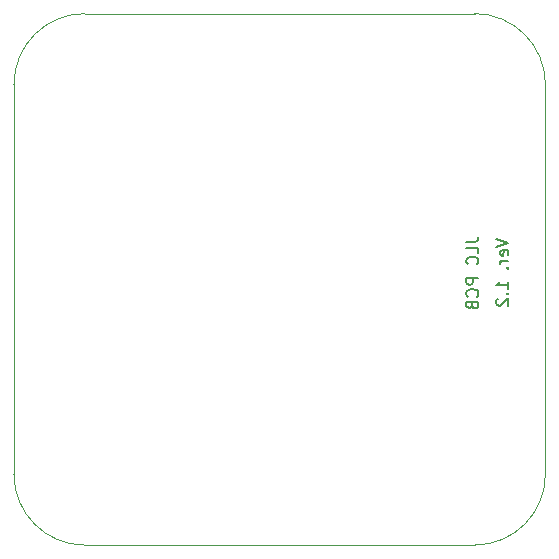
<source format=gbr>
%TF.GenerationSoftware,KiCad,Pcbnew,(6.0.6)*%
%TF.CreationDate,2023-02-06T16:24:35-08:00*%
%TF.ProjectId,PIC10F200 PCB,50494331-3046-4323-9030-205043422e6b,rev?*%
%TF.SameCoordinates,Original*%
%TF.FileFunction,Legend,Bot*%
%TF.FilePolarity,Positive*%
%FSLAX46Y46*%
G04 Gerber Fmt 4.6, Leading zero omitted, Abs format (unit mm)*
G04 Created by KiCad (PCBNEW (6.0.6)) date 2023-02-06 16:24:35*
%MOMM*%
%LPD*%
G01*
G04 APERTURE LIST*
%ADD10C,0.150000*%
%TA.AperFunction,Profile*%
%ADD11C,0.100000*%
%TD*%
G04 APERTURE END LIST*
D10*
X151852380Y-91059272D02*
X152852380Y-91392605D01*
X151852380Y-91725939D01*
X152804761Y-92440225D02*
X152852380Y-92344986D01*
X152852380Y-92154510D01*
X152804761Y-92059272D01*
X152709523Y-92011653D01*
X152328571Y-92011653D01*
X152233333Y-92059272D01*
X152185714Y-92154510D01*
X152185714Y-92344986D01*
X152233333Y-92440225D01*
X152328571Y-92487844D01*
X152423809Y-92487844D01*
X152519047Y-92011653D01*
X152852380Y-92916415D02*
X152185714Y-92916415D01*
X152376190Y-92916415D02*
X152280952Y-92964034D01*
X152233333Y-93011653D01*
X152185714Y-93106891D01*
X152185714Y-93202129D01*
X152757142Y-93535463D02*
X152804761Y-93583082D01*
X152852380Y-93535463D01*
X152804761Y-93487844D01*
X152757142Y-93535463D01*
X152852380Y-93535463D01*
X152852380Y-95297367D02*
X152852380Y-94725939D01*
X152852380Y-95011653D02*
X151852380Y-95011653D01*
X151995238Y-94916415D01*
X152090476Y-94821177D01*
X152138095Y-94725939D01*
X152757142Y-95725939D02*
X152804761Y-95773558D01*
X152852380Y-95725939D01*
X152804761Y-95678320D01*
X152757142Y-95725939D01*
X152852380Y-95725939D01*
X151947619Y-96154510D02*
X151900000Y-96202129D01*
X151852380Y-96297367D01*
X151852380Y-96535463D01*
X151900000Y-96630701D01*
X151947619Y-96678320D01*
X152042857Y-96725939D01*
X152138095Y-96725939D01*
X152280952Y-96678320D01*
X152852380Y-96106891D01*
X152852380Y-96725939D01*
D11*
X111000000Y-111000000D02*
G75*
G03*
X117000000Y-117000000I6000000J0D01*
G01*
X156000000Y-78000000D02*
G75*
G03*
X150000000Y-72000000I-6000000J0D01*
G01*
X150000000Y-117000000D02*
X117000000Y-117000000D01*
X150000000Y-117000000D02*
G75*
G03*
X156000000Y-111000000I0J6000000D01*
G01*
X117000000Y-72000000D02*
G75*
G03*
X111000000Y-78000000I0J-6000000D01*
G01*
X117000000Y-72000000D02*
X150000000Y-72000000D01*
X111000000Y-111000000D02*
X111000000Y-78000000D01*
X156000000Y-78000000D02*
X156000000Y-111000000D01*
D10*
X149312380Y-91337142D02*
X150026666Y-91337142D01*
X150169523Y-91289523D01*
X150264761Y-91194285D01*
X150312380Y-91051428D01*
X150312380Y-90956190D01*
X150312380Y-92289523D02*
X150312380Y-91813333D01*
X149312380Y-91813333D01*
X150217142Y-93194285D02*
X150264761Y-93146666D01*
X150312380Y-93003809D01*
X150312380Y-92908571D01*
X150264761Y-92765714D01*
X150169523Y-92670476D01*
X150074285Y-92622857D01*
X149883809Y-92575238D01*
X149740952Y-92575238D01*
X149550476Y-92622857D01*
X149455238Y-92670476D01*
X149360000Y-92765714D01*
X149312380Y-92908571D01*
X149312380Y-93003809D01*
X149360000Y-93146666D01*
X149407619Y-93194285D01*
X150312380Y-94384761D02*
X149312380Y-94384761D01*
X149312380Y-94765714D01*
X149360000Y-94860952D01*
X149407619Y-94908571D01*
X149502857Y-94956190D01*
X149645714Y-94956190D01*
X149740952Y-94908571D01*
X149788571Y-94860952D01*
X149836190Y-94765714D01*
X149836190Y-94384761D01*
X150217142Y-95956190D02*
X150264761Y-95908571D01*
X150312380Y-95765714D01*
X150312380Y-95670476D01*
X150264761Y-95527619D01*
X150169523Y-95432380D01*
X150074285Y-95384761D01*
X149883809Y-95337142D01*
X149740952Y-95337142D01*
X149550476Y-95384761D01*
X149455238Y-95432380D01*
X149360000Y-95527619D01*
X149312380Y-95670476D01*
X149312380Y-95765714D01*
X149360000Y-95908571D01*
X149407619Y-95956190D01*
X149788571Y-96718095D02*
X149836190Y-96860952D01*
X149883809Y-96908571D01*
X149979047Y-96956190D01*
X150121904Y-96956190D01*
X150217142Y-96908571D01*
X150264761Y-96860952D01*
X150312380Y-96765714D01*
X150312380Y-96384761D01*
X149312380Y-96384761D01*
X149312380Y-96718095D01*
X149360000Y-96813333D01*
X149407619Y-96860952D01*
X149502857Y-96908571D01*
X149598095Y-96908571D01*
X149693333Y-96860952D01*
X149740952Y-96813333D01*
X149788571Y-96718095D01*
X149788571Y-96384761D01*
M02*

</source>
